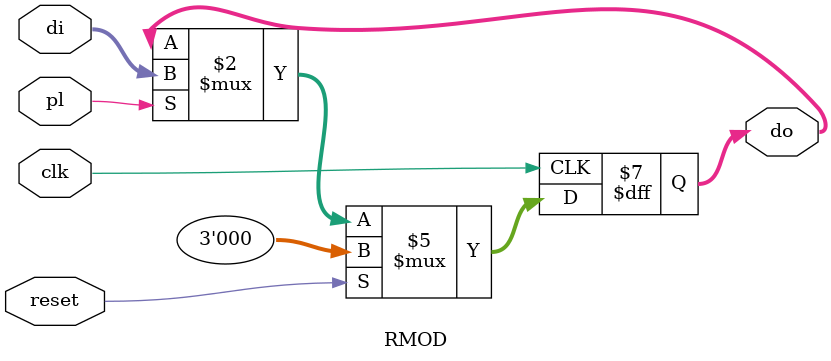
<source format=v>
module RMOD (clk, reset, pl, di, do);
	input clk, reset, pl;
	input [2:0] di;
	output reg [2:0] do;

	always @(posedge clk)
		if(reset)
			do <= 3'b0;
		else
			if(pl)
				do <= di;
endmodule
</source>
